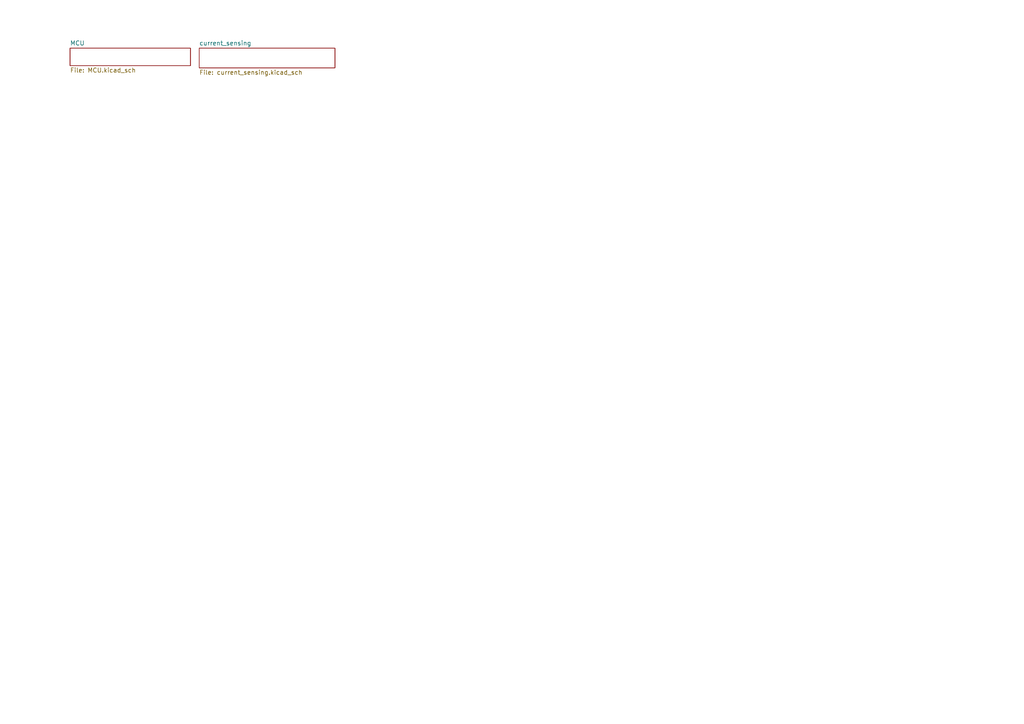
<source format=kicad_sch>
(kicad_sch
	(version 20250114)
	(generator "eeschema")
	(generator_version "9.0")
	(uuid "84845a80-826d-4acb-a9cb-baabb3d2f315")
	(paper "A4")
	(title_block
		(title "USB-C PD monitor")
		(date "2025-08-02")
		(rev "0.1")
	)
	(lib_symbols)
	(sheet
		(at 57.785 13.97)
		(size 39.37 5.715)
		(exclude_from_sim no)
		(in_bom yes)
		(on_board yes)
		(dnp no)
		(fields_autoplaced yes)
		(stroke
			(width 0.1524)
			(type solid)
		)
		(fill
			(color 0 0 0 0.0000)
		)
		(uuid "05018ad6-6821-4455-8190-504ffbfdf3fb")
		(property "Sheetname" "current_sensing"
			(at 57.785 13.2584 0)
			(effects
				(font
					(size 1.27 1.27)
				)
				(justify left bottom)
			)
		)
		(property "Sheetfile" "current_sensing.kicad_sch"
			(at 57.785 20.2696 0)
			(effects
				(font
					(size 1.27 1.27)
				)
				(justify left top)
			)
		)
		(instances
			(project "USB_PD_monitor_ESP01s"
				(path "/84845a80-826d-4acb-a9cb-baabb3d2f315"
					(page "3")
				)
			)
		)
	)
	(sheet
		(at 20.32 13.97)
		(size 34.925 5.08)
		(exclude_from_sim no)
		(in_bom yes)
		(on_board yes)
		(dnp no)
		(fields_autoplaced yes)
		(stroke
			(width 0.1524)
			(type solid)
		)
		(fill
			(color 0 0 0 0.0000)
		)
		(uuid "075efd11-582e-4a6b-a9d9-42c7a278d728")
		(property "Sheetname" "MCU"
			(at 20.32 13.2584 0)
			(effects
				(font
					(size 1.27 1.27)
				)
				(justify left bottom)
			)
		)
		(property "Sheetfile" "MCU.kicad_sch"
			(at 20.32 19.6346 0)
			(effects
				(font
					(size 1.27 1.27)
				)
				(justify left top)
			)
		)
		(instances
			(project "USB_PD_monitor_ESP01s"
				(path "/84845a80-826d-4acb-a9cb-baabb3d2f315"
					(page "2")
				)
			)
		)
	)
	(sheet_instances
		(path "/"
			(page "1")
		)
	)
	(embedded_fonts no)
)

</source>
